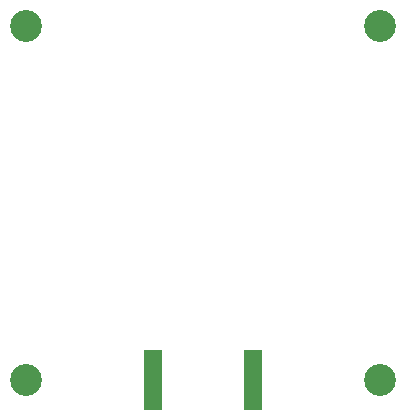
<source format=gbr>
%TF.GenerationSoftware,KiCad,Pcbnew,8.0.3*%
%TF.CreationDate,2024-10-28T17:10:34-04:00*%
%TF.ProjectId,PatchAntennaBreakout,50617463-6841-46e7-9465-6e6e61427265,rev?*%
%TF.SameCoordinates,Original*%
%TF.FileFunction,Soldermask,Bot*%
%TF.FilePolarity,Negative*%
%FSLAX46Y46*%
G04 Gerber Fmt 4.6, Leading zero omitted, Abs format (unit mm)*
G04 Created by KiCad (PCBNEW 8.0.3) date 2024-10-28 17:10:34*
%MOMM*%
%LPD*%
G01*
G04 APERTURE LIST*
%ADD10C,2.700000*%
%ADD11R,1.500000X5.080000*%
G04 APERTURE END LIST*
D10*
%TO.C,H4*%
X152000000Y-101000000D03*
%TD*%
%TO.C,H2*%
X152000000Y-71000000D03*
%TD*%
D11*
%TO.C,J1*%
X141250000Y-101000000D03*
X132750000Y-101000000D03*
%TD*%
D10*
%TO.C,H1*%
X122000000Y-71000000D03*
%TD*%
%TO.C,H3*%
X122000000Y-101000000D03*
%TD*%
M02*

</source>
